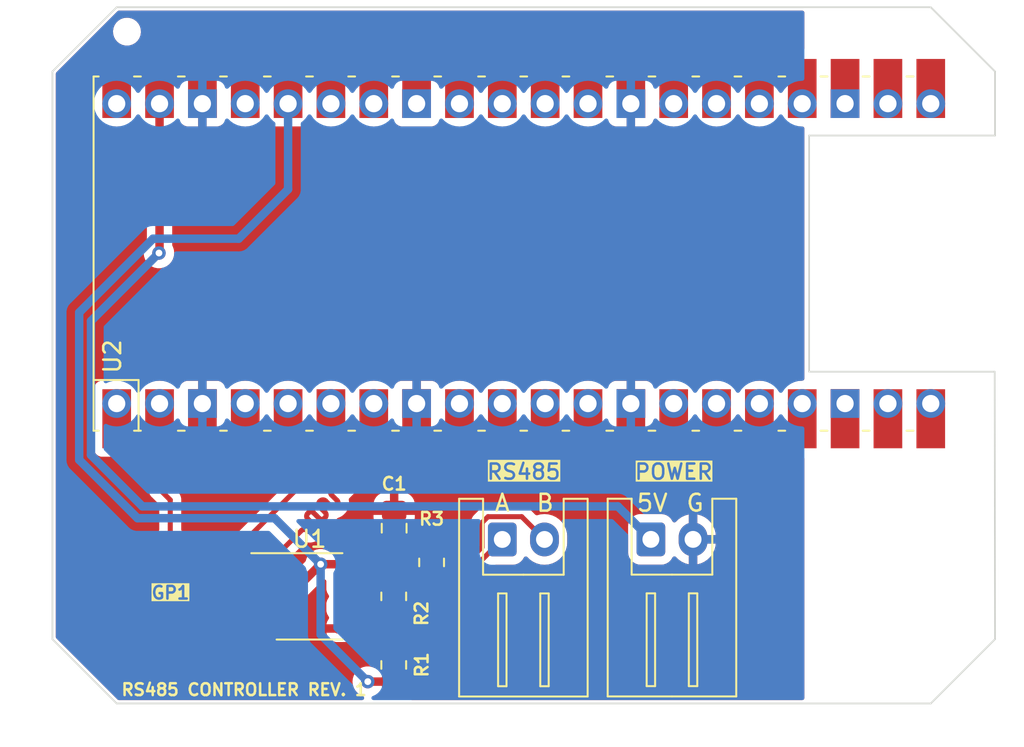
<source format=kicad_pcb>
(kicad_pcb (version 20221018) (generator pcbnew)
  (layers (0 "F.Cu" signal) (31 "B.Cu" signal) (34 "B.Paste" user) (35 "F.Paste" user) (36 "B.SilkS" user "B.Silkscreen") (37 "F.SilkS" user "F.Silkscreen") (38 "B.Mask" user) (39 "F.Mask" user) (44 "Edge.Cuts" user))
  (net 0 "")
  (net 1 "+3V3")
  (net 2 "GND")
  (net 3 "Net-(J1-Pin_1)")
  (net 4 "/RS485_B")
  (net 5 "/RS485_A")
  (net 6 "+5V")
  (net 7 "RX")
  (net 8 "TX")
  (footprint "Connector_JST:JST_XH_S2B-XH-A_1x02_P2.50mm_Horizontal" (layer "F.Cu") (at 66.0908 61.2438)
    (fp_text reference "J2" hide)
    (fp_text value "Conn_01x02")
    (fp_line (start -2.56 -2.41) (end -1.14 -2.41) (stroke (width 0.12)) (layer "F.SilkS"))
    (fp_line (start -2.56 9.31) (end -2.56 -2.41) (stroke (width 0.12)) (layer "F.SilkS"))
    (fp_line (start -1.14 -2.41) (end -1.14 2.09) (stroke (width 0.12)) (layer "F.SilkS"))
    (fp_line (start -1.14 2.09) (end 1.25 2.09) (stroke (width 0.12)) (layer "F.SilkS"))
    (fp_line (start -0.25 3.2) (end -0.25 8.7) (stroke (width 0.12)) (layer "F.SilkS"))
    (fp_line (start -0.25 8.7) (end 0.25 8.7) (stroke (width 0.12)) (layer "F.SilkS"))
    (fp_line (start 0.25 3.2) (end -0.25 3.2) (stroke (width 0.12)) (layer "F.SilkS"))
    (fp_line (start 0.25 8.7) (end 0.25 3.2) (stroke (width 0.12)) (layer "F.SilkS"))
    (fp_line (start 1.25 9.31) (end -2.56 9.31) (stroke (width 0.12)) (layer "F.SilkS"))
    (fp_line (start 1.25 9.31) (end 5.06 9.31) (stroke (width 0.12)) (layer "F.SilkS"))
    (fp_line (start 2.25 3.2) (end 2.25 8.7) (stroke (width 0.12)) (layer "F.SilkS"))
    (fp_line (start 2.25 8.7) (end 2.75 8.7) (stroke (width 0.12)) (layer "F.SilkS"))
    (fp_line (start 2.75 3.2) (end 2.25 3.2) (stroke (width 0.12)) (layer "F.SilkS"))
    (fp_line (start 2.75 8.7) (end 2.75 3.2) (stroke (width 0.12)) (layer "F.SilkS"))
    (fp_line (start 3.64 -2.41) (end 3.64 2.09) (stroke (width 0.12)) (layer "F.SilkS"))
    (fp_line (start 3.64 2.09) (end 1.25 2.09) (stroke (width 0.12)) (layer "F.SilkS"))
    (fp_line (start 5.06 -2.41) (end 3.64 -2.41) (stroke (width 0.12)) (layer "F.SilkS"))
    (fp_line (start 5.06 9.31) (end 5.06 -2.41) (stroke (width 0.12)) (layer "F.SilkS"))
    (pad "1" thru_hole roundrect (at 0 0) (size 1.7 2) (drill 1) (layers "*.Cu" "*.Mask") (roundrect_rratio 0.1470588235) (net 5 "/RS485_A"))
    (pad "2" thru_hole oval (at 2.5 0) (size 1.7 2) (drill 1) (layers "*.Cu" "*.Mask") (net 4 "/RS485_B"))
  )
  (footprint "MCU_RaspberryPi_and_Boards:RPi_Pico_SMD_TH" (layer "F.Cu") (at 67.3608 44.2976 90)
    (fp_text reference "U2" (at -6.096 -24.384 90) (layer "F.SilkS"))
    (fp_text value "Pico")
    (fp_line (start -10.5 -25.5) (end -10.5 -25.2) (stroke (width 0.12)) (layer "F.SilkS"))
    (fp_line (start -10.5 -25.5) (end 10.5 -25.5) (stroke (width 0.12)) (layer "F.SilkS"))
    (fp_line (start -10.5 -23.1) (end -10.5 -22.7) (stroke (width 0.12)) (layer "F.SilkS"))
    (fp_line (start -10.5 -22.833) (end -7.493 -22.833) (stroke (width 0.12)) (layer "F.SilkS"))
    (fp_line (start -10.5 -20.5) (end -10.5 -20.1) (stroke (width 0.12)) (layer "F.SilkS"))
    (fp_line (start -10.5 -18) (end -10.5 -17.6) (stroke (width 0.12)) (layer "F.SilkS"))
    (fp_line (start -10.5 -15.4) (end -10.5 -15) (stroke (width 0.12)) (layer "F.SilkS"))
    (fp_line (start -10.5 -12.9) (end -10.5 -12.5) (stroke (width 0.12)) (layer "F.SilkS"))
    (fp_line (start -10.5 -10.4) (end -10.5 -10) (stroke (width 0.12)) (layer "F.SilkS"))
    (fp_line (start -10.5 -7.8) (end -10.5 -7.4) (stroke (width 0.12)) (layer "F.SilkS"))
    (fp_line (start -10.5 -5.3) (end -10.5 -4.9) (stroke (width 0.12)) (layer "F.SilkS"))
    (fp_line (start -10.5 -2.7) (end -10.5 -2.3) (stroke (width 0.12)) (layer "F.SilkS"))
    (fp_line (start -10.5 -0.2) (end -10.5 0.2) (stroke (width 0.12)) (layer "F.SilkS"))
    (fp_line (start -10.5 2.3) (end -10.5 2.7) (stroke (width 0.12)) (layer "F.SilkS"))
    (fp_line (start -10.5 4.9) (end -10.5 5.3) (stroke (width 0.12)) (layer "F.SilkS"))
    (fp_line (start -10.5 7.4) (end -10.5 7.8) (stroke (width 0.12)) (layer "F.SilkS"))
    (fp_line (start -10.5 10) (end -10.5 10.4) (stroke (width 0.12)) (layer "F.SilkS"))
    (fp_line (start -10.5 12.5) (end -10.5 12.9) (stroke (width 0.12)) (layer "F.SilkS"))
    (fp_line (start -10.5 15.1) (end -10.5 15.5) (stroke (width 0.12)) (layer "F.SilkS"))
    (fp_line (start -10.5 17.6) (end -10.5 18) (stroke (width 0.12)) (layer "F.SilkS"))
    (fp_line (start -10.5 20.1) (end -10.5 20.5) (stroke (width 0.12)) (layer "F.SilkS"))
    (fp_line (start -10.5 22.7) (end -10.5 23.1) (stroke (width 0.12)) (layer "F.SilkS"))
    (fp_line (start -7.493 -22.833) (end -7.493 -25.5) (stroke (width 0.12)) (layer "F.SilkS"))
    (fp_line (start 10.5 -25.5) (end 10.5 -25.2) (stroke (width 0.12)) (layer "F.SilkS"))
    (fp_line (start 10.5 -23.1) (end 10.5 -22.7) (stroke (width 0.12)) (layer "F.SilkS"))
    (fp_line (start 10.5 -20.5) (end 10.5 -20.1) (stroke (width 0.12)) (layer "F.SilkS"))
    (fp_line (start 10.5 -18) (end 10.5 -17.6) (stroke (width 0.12)) (layer "F.SilkS"))
    (fp_line (start 10.5 -15.4) (end 10.5 -15) (stroke (width 0.12)) (layer "F.SilkS"))
    (fp_line (start 10.5 -12.9) (end 10.5 -12.5) (stroke (width 0.12)) (layer "F.SilkS"))
    (fp_line (start 10.5 -10.4) (end 10.5 -10) (stroke (width 0.12)) (layer "F.SilkS"))
    (fp_line (start 10.5 -7.8) (end 10.5 -7.4) (stroke (width 0.12)) (layer "F.SilkS"))
    (fp_line (start 10.5 -5.3) (end 10.5 -4.9) (stroke (width 0.12)) (layer "F.SilkS"))
    (fp_line (start 10.5 -2.7) (end 10.5 -2.3) (stroke (width 0.12)) (layer "F.SilkS"))
    (fp_line (start 10.5 -0.2) (end 10.5 0.2) (stroke (width 0.12)) (layer "F.SilkS"))
    (fp_line (start 10.5 2.3) (end 10.5 2.7) (stroke (width 0.12)) (layer "F.SilkS"))
    (fp_line (start 10.5 4.9) (end 10.5 5.3) (stroke (width 0.12)) (layer "F.SilkS"))
    (fp_line (start 10.5 7.4) (end 10.5 7.8) (stroke (width 0.12)) (layer "F.SilkS"))
    (fp_line (start 10.5 10) (end 10.5 10.4) (stroke (width 0.12)) (layer "F.SilkS"))
    (fp_line (start 10.5 12.5) (end 10.5 12.9) (stroke (width 0.12)) (layer "F.SilkS"))
    (fp_line (start 10.5 15.1) (end 10.5 15.5) (stroke (width 0.12)) (layer "F.SilkS"))
    (fp_line (start 10.5 17.6) (end 10.5 18) (stroke (width 0.12)) (layer "F.SilkS"))
    (fp_line (start 10.5 20.1) (end 10.5 20.5) (stroke (width 0.12)) (layer "F.SilkS"))
    (fp_line (start 10.5 22.7) (end 10.5 23.1) (stroke (width 0.12)) (layer "F.SilkS"))
    (pad "1" thru_hole oval (at -8.89 -24.13 90) (size 1.7 1.7) (drill 1.02) (layers "*.Cu" "*.Mask"))
    (pad "1" smd rect (at -8.89 -24.13 90) (size 3.5 1.7) (drill (offset -0.9 0)) (layers "F.Cu" "F.Mask"))
    (pad "2" thru_hole oval (at -8.89 -21.59 90) (size 1.7 1.7) (drill 1.02) (layers "*.Cu" "*.Mask") (net 3 "Net-(J1-Pin_1)"))
    (pad "2" smd rect (at -8.89 -21.59 90) (size 3.5 1.7) (drill (offset -0.9 0)) (layers "F.Cu" "F.Mask") (net 3 "Net-(J1-Pin_1)"))
    (pad "3" thru_hole rect (at -8.89 -19.05 90) (size 1.7 1.7) (drill 1.02) (layers "*.Cu" "*.Mask") (net 2 "GND"))
    (pad "3" smd rect (at -8.89 -19.05 90) (size 3.5 1.7) (drill (offset -0.9 0)) (layers "F.Cu" "F.Mask") (net 2 "GND"))
    (pad "4" thru_hole oval (at -8.89 -16.51 90) (size 1.7 1.7) (drill 1.02) (layers "*.Cu" "*.Mask"))
    (pad "4" smd rect (at -8.89 -16.51 90) (size 3.5 1.7) (drill (offset -0.9 0)) (layers "F.Cu" "F.Mask"))
    (pad "5" thru_hole oval (at -8.89 -13.97 90) (size 1.7 1.7) (drill 1.02) (layers "*.Cu" "*.Mask"))
    (pad "5" smd rect (at -8.89 -13.97 90) (size 3.5 1.7) (drill (offset -0.9 0)) (layers "F.Cu" "F.Mask"))
    (pad "6" thru_hole oval (at -8.89 -11.43 90) (size 1.7 1.7) (drill 1.02) (layers "*.Cu" "*.Mask") (net 8 "TX"))
    (pad "6" smd rect (at -8.89 -11.43 90) (size 3.5 1.7) (drill (offset -0.9 0)) (layers "F.Cu" "F.Mask") (net 8 "TX"))
    (pad "7" thru_hole oval (at -8.89 -8.89 90) (size 1.7 1.7) (drill 1.02) (layers "*.Cu" "*.Mask") (net 7 "RX"))
    (pad "7" smd rect (at -8.89 -8.89 90) (size 3.5 1.7) (drill (offset -0.9 0)) (layers "F.Cu" "F.Mask") (net 7 "RX"))
    (pad "8" thru_hole rect (at -8.89 -6.35 90) (size 1.7 1.7) (drill 1.02) (layers "*.Cu" "*.Mask") (net 2 "GND"))
    (pad "8" smd rect (at -8.89 -6.35 90) (size 3.5 1.7) (drill (offset -0.9 0)) (layers "F.Cu" "F.Mask") (net 2 "GND"))
    (pad "9" thru_hole oval (at -8.89 -3.81 90) (size 1.7 1.7) (drill 1.02) (layers "*.Cu" "*.Mask"))
    (pad "9" smd rect (at -8.89 -3.81 90) (size 3.5 1.7) (drill (offset -0.9 0)) (layers "F.Cu" "F.Mask"))
    (pad "10" thru_hole oval (at -8.89 -1.27 90) (size 1.7 1.7) (drill 1.02) (layers "*.Cu" "*.Mask"))
    (pad "10" smd rect (at -8.89 -1.27 90) (size 3.5 1.7) (drill (offset -0.9 0)) (layers "F.Cu" "F.Mask"))
    (pad "11" thru_hole oval (at -8.89 1.27 90) (size 1.7 1.7) (drill 1.02) (layers "*.Cu" "*.Mask"))
    (pad "11" smd rect (at -8.89 1.27 90) (size 3.5 1.7) (drill (offset -0.9 0)) (layers "F.Cu" "F.Mask"))
    (pad "12" thru_hole oval (at -8.89 3.81 90) (size 1.7 1.7) (drill 1.02) (layers "*.Cu" "*.Mask"))
    (pad "12" smd rect (at -8.89 3.81 90) (size 3.5 1.7) (drill (offset -0.9 0)) (layers "F.Cu" "F.Mask"))
    (pad "13" thru_hole rect (at -8.89 6.35 90) (size 1.7 1.7) (drill 1.02) (layers "*.Cu" "*.Mask") (net 2 "GND"))
    (pad "13" smd rect (at -8.89 6.35 90) (size 3.5 1.7) (drill (offset -0.9 0)) (layers "F.Cu" "F.Mask") (net 2 "GND"))
    (pad "14" thru_hole oval (at -8.89 8.89 90) (size 1.7 1.7) (drill 1.02) (layers "*.Cu" "*.Mask"))
    (pad "14" smd rect (at -8.89 8.89 90) (size 3.5 1.7) (drill (offset -0.9 0)) (layers "F.Cu" "F.Mask"))
    (pad "15" thru_hole oval (at -8.89 11.43 90) (size 1.7 1.7) (drill 1.02) (layers "*.Cu" "*.Mask"))
    (pad "15" smd rect (at -8.89 11.43 90) (size 3.5 1.7) (drill (offset -0.9 0)) (layers "F.Cu" "F.Mask"))
    (pad "16" thru_hole oval (at -8.89 13.97 90) (size 1.7 1.7) (drill 1.02) (layers "*.Cu" "*.Mask"))
    (pad "16" smd rect (at -8.89 13.97 90) (size 3.5 1.7) (drill (offset -0.9 0)) (layers "F.Cu" "F.Mask"))
    (pad "17" thru_hole oval (at -8.89 16.51 90) (size 1.7 1.7) (drill 1.02) (layers "*.Cu" "*.Mask"))
    (pad "17" smd rect (at -8.89 16.51 90) (size 3.5 1.7) (drill (offset -0.9 0)) (layers "F.Cu" "F.Mask"))
    (pad "18" thru_hole rect (at -8.89 19.05 90) (size 1.7 1.7) (drill 1.02) (layers "*.Cu" "*.Mask") (net 2 "GND"))
    (pad "18" smd rect (at -8.89 19.05 90) (size 3.5 1.7) (drill (offset -0.9 0)) (layers "F.Cu" "F.Mask") (net 2 "GND"))
    (pad "19" thru_hole oval (at -8.89 21.59 90) (size 1.7 1.7) (drill 1.02) (layers "*.Cu" "*.Mask"))
    (pad "19" smd rect (at -8.89 21.59 90) (size 3.5 1.7) (drill (offset -0.9 0)) (layers "F.Cu" "F.Mask"))
    (pad "20" thru_hole oval (at -8.89 24.13 90) (size 1.7 1.7) (drill 1.02) (layers "*.Cu" "*.Mask"))
    (pad "20" smd rect (at -8.89 24.13 90) (size 3.5 1.7) (drill (offset -0.9 0)) (layers "F.Cu" "F.Mask"))
    (pad "21" thru_hole oval (at 8.89 24.13 90) (size 1.7 1.7) (drill 1.02) (layers "*.Cu" "*.Mask"))
    (pad "21" smd rect (at 8.89 24.13 90) (size 3.5 1.7) (drill (offset 0.9 0)) (layers "F.Cu" "F.Mask"))
    (pad "22" thru_hole oval (at 8.89 21.59 90) (size 1.7 1.7) (drill 1.02) (layers "*.Cu" "*.Mask"))
    (pad "22" smd rect (at 8.89 21.59 90) (size 3.5 1.7) (drill (offset 0.9 0)) (layers "F.Cu" "F.Mask"))
    (pad "23" thru_hole rect (at 8.89 19.05 90) (size 1.7 1.7) (drill 1.02) (layers "*.Cu" "*.Mask") (net 2 "GND"))
    (pad "23" smd rect (at 8.89 19.05 90) (size 3.5 1.7) (drill (offset 0.9 0)) (layers "F.Cu" "F.Mask") (net 2 "GND"))
    (pad "24" thru_hole oval (at 8.89 16.51 90) (size 1.7 1.7) (drill 1.02) (layers "*.Cu" "*.Mask"))
    (pad "24" smd rect (at 8.89 16.51 90) (size 3.5 1.7) (drill (offset 0.9 0)) (layers "F.Cu" "F.Mask"))
    (pad "25" thru_hole oval (at 8.89 13.97 90) (size 1.7 1.7) (drill 1.02) (layers "*.Cu" "*.Mask"))
    (pad "25" smd rect (at 8.89 13.97 90) (size 3.5 1.7) (drill (offset 0.9 0)) (layers "F.Cu" "F.Mask"))
    (pad "26" thru_hole oval (at 8.89 11.43 90) (size 1.7 1.7) (drill 1.02) (layers "*.Cu" "*.Mask"))
    (pad "26" smd rect (at 8.89 11.43 90) (size 3.5 1.7) (drill (offset 0.9 0)) (layers "F.Cu" "F.Mask"))
    (pad "27" thru_hole oval (at 8.89 8.89 90) (size 1.7 1.7) (drill 1.02) (layers "*.Cu" "*.Mask"))
    (pad "27" smd rect (at 8.89 8.89 90) (size 3.5 1.7) (drill (offset 0.9 0)) (layers "F.Cu" "F.Mask"))
    (pad "28" thru_hole rect (at 8.89 6.35 90) (size 1.7 1.7) (drill 1.02) (layers "*.Cu" "*.Mask") (net 2 "GND"))
    (pad "28" smd rect (at 8.89 6.35 90) (size 3.5 1.7) (drill (offset 0.9 0)) (layers "F.Cu" "F.Mask") (net 2 "GND"))
    (pad "29" thru_hole oval (at 8.89 3.81 90) (size 1.7 1.7) (drill 1.02) (layers "*.Cu" "*.Mask"))
    (pad "29" smd rect (at 8.89 3.81 90) (size 3.5 1.7) (drill (offset 0.9 0)) (layers "F.Cu" "F.Mask"))
    (pad "30" thru_hole oval (at 8.89 1.27 90) (size 1.7 1.7) (drill 1.02) (layers "*.Cu" "*.Mask"))
    (pad "30" smd rect (at 8.89 1.27 90) (size 3.5 1.7) (drill (offset 0.9 0)) (layers "F.Cu" "F.Mask"))
    (pad "31" thru_hole oval (at 8.89 -1.27 90) (size 1.7 1.7) (drill 1.02) (layers "*.Cu" "*.Mask"))
    (pad "31" smd rect (at 8.89 -1.27 90) (size 3.5 1.7) (drill (offset 0.9 0)) (layers "F.Cu" "F.Mask"))
    (pad "32" thru_hole oval (at 8.89 -3.81 90) (size 1.7 1.7) (drill 1.02) (layers "*.Cu" "*.Mask"))
    (pad "32" smd rect (at 8.89 -3.81 90) (size 3.5 1.7) (drill (offset 0.9 0)) (layers "F.Cu" "F.Mask"))
    (pad "33" thru_hole rect (at 8.89 -6.35 90) (size 1.7 1.7) (drill 1.02) (layers "*.Cu" "*.Mask"))
    (pad "33" smd rect (at 8.89 -6.35 90) (size 3.5 1.7) (drill (offset 0.9 0)) (layers "F.Cu" "F.Mask"))
    (pad "34" thru_hole oval (at 8.89 -8.89 90) (size 1.7 1.7) (drill 1.02) (layers "*.Cu" "*.Mask"))
    (pad "34" smd rect (at 8.89 -8.89 90) (size 3.5 1.7) (drill (offset 0.9 0)) (layers "F.Cu" "F.Mask"))
    (pad "35" thru_hole oval (at 8.89 -11.43 90) (size 1.7 1.7) (drill 1.02) (layers "*.Cu" "*.Mask"))
    (pad "35" smd rect (at 8.89 -11.43 90) (size 3.5 1.7) (drill (offset 0.9 0)) (layers "F.Cu" "F.Mask"))
    (pad "36" thru_hole oval (at 8.89 -13.97 90) (size 1.7 1.7) (drill 1.02) (layers "*.Cu" "*.Mask") (net 1 "+3V3"))
    (pad "36" smd rect (at 8.89 -13.97 90) (size 3.5 1.7) (drill (offset 0.9 0)) (layers "F.Cu" "F.Mask") (net 1 "+3V3"))
    (pad "37" thru_hole oval (at 8.89 -16.51 90) (size 1.7 1.7) (drill 1.02) (layers "*.Cu" "*.Mask"))
    (pad "37" smd rect (at 8.89 -16.51 90) (size 3.5 1.7) (drill (offset 0.9 0)) (layers "F.Cu" "F.Mask"))
    (pad "38" thru_hole rect (at 8.89 -19.05 90) (size 1.7 1.7) (drill 1.02) (layers "*.Cu" "*.Mask") (net 2 "GND"))
    (pad "38" smd rect (at 8.89 -19.05 90) (size 3.5 1.7) (drill (offset 0.9 0)) (layers "F.Cu" "F.Mask") (net 2 "GND"))
    (pad "39" thru_hole oval (at 8.89 -21.59 90) (size 1.7 1.7) (drill 1.02) (layers "*.Cu" "*.Mask") (net 6 "+5V"))
    (pad "39" smd rect (at 8.89 -21.59 90) (size 3.5 1.7) (drill (offset 0.9 0)) (layers "F.Cu" "F.Mask") (net 6 "+5V"))
    (pad "40" thru_hole oval (at 8.89 -24.13 90) (size 1.7 1.7) (drill 1.02) (layers "*.Cu" "*.Mask"))
    (pad "40" smd rect (at 8.89 -24.13 90) (size 3.5 1.7) (drill (offset 0.9 0)) (layers "F.Cu" "F.Mask"))
  )
  (footprint "Connector_JST:JST_XH_S2B-XH-A_1x02_P2.50mm_Horizontal" (layer "F.Cu") (at 74.8992 61.2394)
    (fp_text reference "J3" hide)
    (fp_text value "Conn_01x02")
    (fp_line (start -2.56 -2.41) (end -1.14 -2.41) (stroke (width 0.12)) (layer "F.SilkS"))
    (fp_line (start -2.56 9.31) (end -2.56 -2.41) (stroke (width 0.12)) (layer "F.SilkS"))
    (fp_line (start -1.14 -2.41) (end -1.14 2.09) (stroke (width 0.12)) (layer "F.SilkS"))
    (fp_line (start -1.14 2.09) (end 1.25 2.09) (stroke (width 0.12)) (layer "F.SilkS"))
    (fp_line (start -0.25 3.2) (end -0.25 8.7) (stroke (width 0.12)) (layer "F.SilkS"))
    (fp_line (start -0.25 8.7) (end 0.25 8.7) (stroke (width 0.12)) (layer "F.SilkS"))
    (fp_line (start 0.25 3.2) (end -0.25 3.2) (stroke (width 0.12)) (layer "F.SilkS"))
    (fp_line (start 0.25 8.7) (end 0.25 3.2) (stroke (width 0.12)) (layer "F.SilkS"))
    (fp_line (start 1.25 9.31) (end -2.56 9.31) (stroke (width 0.12)) (layer "F.SilkS"))
    (fp_line (start 1.25 9.31) (end 5.06 9.31) (stroke (width 0.12)) (layer "F.SilkS"))
    (fp_line (start 2.25 3.2) (end 2.25 8.7) (stroke (width 0.12)) (layer "F.SilkS"))
    (fp_line (start 2.25 8.7) (end 2.75 8.7) (stroke (width 0.12)) (layer "F.SilkS"))
    (fp_line (start 2.75 3.2) (end 2.25 3.2) (stroke (width 0.12)) (layer "F.SilkS"))
    (fp_line (start 2.75 8.7) (end 2.75 3.2) (stroke (width 0.12)) (layer "F.SilkS"))
    (fp_line (start 3.64 -2.41) (end 3.64 2.09) (stroke (width 0.12)) (layer "F.SilkS"))
    (fp_line (start 3.64 2.09) (end 1.25 2.09) (stroke (width 0.12)) (layer "F.SilkS"))
    (fp_line (start 5.06 -2.41) (end 3.64 -2.41) (stroke (width 0.12)) (layer "F.SilkS"))
    (fp_line (start 5.06 9.31) (end 5.06 -2.41) (stroke (width 0.12)) (layer "F.SilkS"))
    (pad "1" thru_hole roundrect (at 0 0) (size 1.7 2) (drill 1) (layers "*.Cu" "*.Mask") (roundrect_rratio 0.1470588235) (net 6 "+5V"))
    (pad "2" thru_hole oval (at 2.5 0) (size 1.7 2) (drill 1) (layers "*.Cu" "*.Mask") (net 2 "GND"))
  )
  (footprint "Resistor_SMD:R_0805_2012Metric_Pad1.20x1.40mm_HandSolder" (layer "F.Cu") (at 59.654 68.6816 90)
    (fp_text reference "R1" (at 0.004 1.665 270) (layer "F.SilkS") (effects (font (size 0.75 0.75))))
    (fp_text value "4.7k")
    (fp_line (start -0.227064 -0.735) (end 0.227064 -0.735) (stroke (width 0.12)) (layer "F.SilkS"))
    (fp_line (start -0.227064 0.735) (end 0.227064 0.735) (stroke (width 0.12)) (layer "F.SilkS"))
    (pad "1" smd roundrect (at -1 0 90) (size 1.2 1.4) (layers "F.Cu" "F.Paste" "F.Mask") (roundrect_rratio 0.2083333333) (net 1 "+3V3"))
    (pad "2" smd roundrect (at 1 0 90) (size 1.2 1.4) (layers "F.Cu" "F.Paste" "F.Mask") (roundrect_rratio 0.2083333333) (net 5 "/RS485_A"))
  )
  (footprint "Connector_PinSocket_2.54mm:PinSocket_1x01_P2.54mm_Vertical" (layer "F.Cu") (at 46.4058 62.0776 90)
    (fp_text reference "J1" hide)
    (fp_text value "GP1 Bodge")
    (pad "1" smd roundrect (at 0 0 90) (size 1.7 1.7) (layers "F.Cu" "F.Paste" "F.Mask") (net 3 "Net-(J1-Pin_1)"))
  )
  (footprint "MountingHole:ToolingHole_JLC" (layer "F.Cu") (at 90.8812 69.5198)
    (fp_text reference "REF**" hide)
    (fp_text value "ToolingHole_JLC")
    (pad "" np_thru_hole circle (at 0 0) (size 1.152 1.152) (drill 1.152) (layers "F&B.Cu" "*.Mask"))
  )
  (footprint "Resistor_SMD:R_0805_2012Metric_Pad1.20x1.40mm_HandSolder" (layer "F.Cu") (at 59.654 64.6176 90)
    (fp_text reference "R2" (at -1.016 1.651 270) (layer "F.SilkS") (effects (font (size 0.75 0.75))))
    (fp_text value "120")
    (fp_line (start -0.227064 -0.735) (end 0.227064 -0.735) (stroke (width 0.12)) (layer "F.SilkS"))
    (fp_line (start -0.227064 0.735) (end 0.227064 0.735) (stroke (width 0.12)) (layer "F.SilkS"))
    (pad "1" smd roundrect (at -1 0 90) (size 1.2 1.4) (layers "F.Cu" "F.Paste" "F.Mask") (roundrect_rratio 0.2083333333) (net 5 "/RS485_A"))
    (pad "2" smd roundrect (at 1 0 90) (size 1.2 1.4) (layers "F.Cu" "F.Paste" "F.Mask") (roundrect_rratio 0.2083333333) (net 4 "/RS485_B"))
  )
  (footprint "Resistor_SMD:R_0805_2012Metric_Pad1.20x1.40mm_HandSolder" (layer "F.Cu") (at 61.8998 62.6052 90)
    (fp_text reference "R3" (at 2.5776 -0.0008 180) (layer "F.SilkS") (effects (font (size 0.75 0.75))))
    (fp_text value "4.7k")
    (fp_line (start -0.227064 -0.735) (end 0.227064 -0.735) (stroke (width 0.12)) (layer "F.SilkS"))
    (fp_line (start -0.227064 0.735) (end 0.227064 0.735) (stroke (width 0.12)) (layer "F.SilkS"))
    (pad "1" smd roundrect (at -1 0 90) (size 1.2 1.4) (layers "F.Cu" "F.Paste" "F.Mask") (roundrect_rratio 0.2083333333) (net 4 "/RS485_B"))
    (pad "2" smd roundrect (at 1 0 90) (size 1.2 1.4) (layers "F.Cu" "F.Paste" "F.Mask") (roundrect_rratio 0.2083333333) (net 2 "GND"))
  )
  (footprint "Package_SO:SOIC-8_3.9x4.9mm_P1.27mm" (layer "F.Cu") (at 54.6608 64.6176)
    (fp_text reference "U1" (at 0 -3.4) (layer "F.SilkS"))
    (fp_text value "SP3485EN")
    (fp_line (start 0 -2.56) (end -3.45 -2.56) (stroke (width 0.12)) (layer "F.SilkS"))
    (fp_line (start 0 -2.56) (end 1.95 -2.56) (stroke (width 0.12)) (layer "F.SilkS"))
    (fp_line (start 0 2.56) (end -1.95 2.56) (stroke (width 0.12)) (layer "F.SilkS"))
    (fp_line (start 0 2.56) (end 1.95 2.56) (stroke (width 0.12)) (layer "F.SilkS"))
    (pad "1" smd roundrect (at -2.475 -1.905) (size 1.95 0.6) (layers "F.Cu" "F.Paste" "F.Mask") (net 7 "RX"))
    (pad "2" smd roundrect (at -2.475 -0.635) (size 1.95 0.6) (layers "F.Cu" "F.Paste" "F.Mask") (net 1 "+3V3"))
    (pad "3" smd roundrect (at -2.475 0.635) (size 1.95 0.6) (layers "F.Cu" "F.Paste" "F.Mask") (net 1 "+3V3"))
    (pad "4" smd roundrect (at -2.475 1.905) (size 1.95 0.6) (layers "F.Cu" "F.Paste" "F.Mask") (net 8 "TX"))
    (pad "5" smd roundrect (at 2.475 1.905) (size 1.95 0.6) (layers "F.Cu" "F.Paste" "F.Mask") (net 2 "GND"))
    (pad "6" smd roundrect (at 2.475 0.635) (size 1.95 0.6) (layers "F.Cu" "F.Paste" "F.Mask") (net 5 "/RS485_A"))
    (pad "7" smd roundrect (at 2.475 -0.635) (size 1.95 0.6) (layers "F.Cu" "F.Paste" "F.Mask") (net 4 "/RS485_B"))
    (pad "8" smd roundrect (at 2.475 -1.905) (size 1.95 0.6) (layers "F.Cu" "F.Paste" "F.Mask") (net 1 "+3V3"))
  )
  (footprint "Capacitor_SMD:C_0805_2012Metric_Pad1.18x1.45mm_HandSolder" (layer "F.Cu") (at 59.6794 60.5751 90)
    (fp_text reference "C1" (at 2.6275 0 180) (layer "F.SilkS") (effects (font (size 0.75 0.75))))
    (fp_text value "100nF")
    (fp_line (start -0.261252 -0.735) (end 0.261252 -0.735) (stroke (width 0.12)) (layer "F.SilkS"))
    (fp_line (start -0.261252 0.735) (end 0.261252 0.735) (stroke (width 0.12)) (layer "F.SilkS"))
    (pad "1" smd roundrect (at -1.0375 0 90) (size 1.175 1.45) (layers "F.Cu" "F.Paste" "F.Mask") (roundrect_rratio 0.2127659574) (net 1 "+3V3"))
    (pad "2" smd roundrect (at 1.0375 0 90) (size 1.175 1.45) (layers "F.Cu" "F.Paste" "F.Mask") (roundrect_rratio 0.2127659574) (net 2 "GND"))
  )
  (footprint "MountingHole:ToolingHole_JLC" (layer "F.Cu") (at 43.8404 31.1404)
    (fp_text reference "REF**" hide)
    (fp_text value "ToolingHole_JLC")
    (pad "" np_thru_hole circle (at 0 0) (size 1.152 1.152) (drill 1.152) (layers "F&B.Cu" "*.Mask"))
  )
  (gr_line (start 91.4908 70.9676) (end 43.2308 70.9676) (stroke (width 0.1)) (layer "Edge.Cuts"))
  (gr_line (start 39.4208 67.1576) (end 43.2308 70.9676) (stroke (width 0.1)) (layer "Edge.Cuts"))
  (gr_line (start 95.3008 33.5026) (end 91.4908 29.6926) (stroke (width 0.1)) (layer "Edge.Cuts"))
  (gr_line (start 95.3008 37.2976) (end 84.2808 37.2976) (stroke (width 0.1)) (layer "Edge.Cuts"))
  (gr_line (start 84.2808 51.2976) (end 95.2808 51.2976) (stroke (width 0.1)) (layer "Edge.Cuts"))
  (gr_line (start 84.2808 37.2976) (end 84.2808 51.2976) (stroke (width 0.1)) (layer "Edge.Cuts"))
  (gr_line (start 43.2308 29.6926) (end 91.4908 29.6926) (stroke (width 0.1)) (layer "Edge.Cuts"))
  (gr_line (start 39.4208 33.5026) (end 43.2308 29.6926) (stroke (width 0.1)) (layer "Edge.Cuts"))
  (gr_line (start 91.4908 70.9676) (end 95.3008 67.1576) (stroke (width 0.1)) (layer "Edge.Cuts"))
  (gr_line (start 39.4208 67.1576) (end 39.4208 33.5026) (stroke (width 0.1)) (layer "Edge.Cuts"))
  (gr_line (start 95.3008 33.5026) (end 95.3008 37.2976) (stroke (width 0.1)) (layer "Edge.Cuts"))
  (gr_line (start 95.2808 51.2976) (end 95.3008 67.1576) (stroke (width 0.1)) (layer "Edge.Cuts"))
  (gr_text "GP1" (at 45.212 64.846201) (layer "F.SilkS" knockout) (effects (font (size 0.75 0.75)) (justify left bottom)))
  (gr_text "5V" (at 74.9808 59.6646) (layer "F.SilkS") (effects (font (size 1 1)) (justify bottom)))
  (gr_text "RS485 CONTROLLER REV. 1" (at 43.434 70.5612) (layer "F.SilkS") (effects (font (size 0.7 0.7)) (justify left bottom)))
  (gr_text "B" (at 68.6308 59.6646) (layer "F.SilkS") (effects (font (size 1 1)) (justify bottom)))
  (gr_text "RS485" (at 67.3608 57.7596) (layer "F.SilkS" knockout) (effects (font (size 0.9 0.9)) (justify bottom)))
  (gr_text "POWER" (at 76.2508 57.7596) (layer "F.SilkS" knockout) (effects (font (size 0.9 0.9)) (justify bottom)))
  (gr_text "A" (at 66.0908 59.6646) (layer "F.SilkS") (effects (font (size 1 1)) (justify bottom)))
  (gr_text "G" (at 77.5208 59.6646) (layer "F.SilkS") (effects (font (size 1 1)) (justify bottom)))
  (segment (start 59.6446 69.6722) (end 59.654 69.6816) (width 0.5) (layer "F.Cu") (net 1))
  (segment (start 58.5532 61.6126) (end 59.6794 61.6126) (width 0.5) (layer "F.Cu") (net 1))
  (segment (start 58.5532 61.6126) (end 57.4532 62.7126) (width 0.5) (layer "F.Cu") (net 1))
  (segment (start 52.1858 63.9826) (end 52.1858 65.2526) (width 0.5) (layer "F.Cu") (net 1))
  (segment (start 58.1152 69.6722) (end 59.6446 69.6722) (width 0.5) (layer "F.Cu") (net 1))
  (segment (start 55.3212 62.7126) (end 54.0512 63.9826) (width 0.5) (layer "F.Cu") (net 1))
  (segment (start 57.4532 62.7126) (end 57.1358 62.7126) (width 0.5) (layer "F.Cu") (net 1))
  (segment (start 54.0512 63.9826) (end 52.1858 63.9826) (width 0.5) (layer "F.Cu") (net 1))
  (segment (start 55.3212 62.7126) (end 57.1358 62.7126) (width 0.5) (layer "F.Cu") (net 1))
  (via (at 58.1152 69.6722) (size 0.8) (drill 0.4) (layers "F.Cu" "B.Cu") (net 1))
  (via (at 55.3212 62.7126) (size 0.8) (drill 0.4) (layers "F.Cu" "B.Cu") (net 1))
  (segment (start 50.465112 43.413288) (end 53.3908 40.4876) (width 0.5) (layer "B.Cu") (net 1))
  (segment (start 41.0068 47.790894) (end 45.384406 43.413288) (width 0.5) (layer "B.Cu") (net 1))
  (segment (start 45.384406 43.413288) (end 50.465112 43.413288) (width 0.5) (layer "B.Cu") (net 1))
  (segment (start 55.3212 66.8782) (end 55.3212 62.7126) (width 0.5) (layer "B.Cu") (net 1))
  (segment (start 53.3908 40.4876) (end 53.3908 35.4076) (width 0.5) (layer "B.Cu") (net 1))
  (segment (start 58.1152 69.6722) (end 55.3212 66.8782) (width 0.5) (layer "B.Cu") (net 1))
  (segment (start 44.46485 59.9836) (end 41.0068 56.525549) (width 0.5) (layer "B.Cu") (net 1))
  (segment (start 55.3212 62.7126) (end 52.5922 59.9836) (width 0.5) (layer "B.Cu") (net 1))
  (segment (start 41.0068 56.525549) (end 41.0068 47.790894) (width 0.5) (layer "B.Cu") (net 1))
  (segment (start 52.5922 59.9836) (end 44.46485 59.9836) (width 0.5) (layer "B.Cu") (net 1))
  (segment (start 45.7708 58.2676) (end 45.7708 53.1876) (width 0.3) (layer "F.Cu") (net 3))
  (segment (start 46.4058 58.9026) (end 45.7708 58.2676) (width 0.3) (layer "F.Cu") (net 3))
  (segment (start 46.4058 62.0776) (end 46.4058 58.9026) (width 0.3) (layer "F.Cu") (net 3))
  (segment (start 59.654 63.6176) (end 62.976 63.6176) (width 0.3) (layer "F.Cu") (net 4))
  (segment (start 59.289 63.9826) (end 59.654 63.6176) (width 0.3) (layer "F.Cu") (net 4))
  (segment (start 64.8908 61.7028) (end 64.8908 60.245272) (width 0.3) (layer "F.Cu") (net 4))
  (segment (start 64.8908 60.245272) (end 65.242272 59.8938) (width 0.3) (layer "F.Cu") (net 4))
  (segment (start 57.1358 63.9826) (end 59.289 63.9826) (width 0.3) (layer "F.Cu") (net 4))
  (segment (start 65.242272 59.8938) (end 67.2408 59.8938) (width 0.3) (layer "F.Cu") (net 4))
  (segment (start 67.2408 59.8938) (end 68.5908 61.2438) (width 0.3) (layer "F.Cu") (net 4))
  (segment (start 61.8874 63.6176) (end 61.8998 63.6052) (width 0.3) (layer "F.Cu") (net 4))
  (segment (start 62.976 63.6176) (end 64.8908 61.7028) (width 0.3) (layer "F.Cu") (net 4))
  (segment (start 59.289 65.2526) (end 59.654 65.6176) (width 0.3) (layer "F.Cu") (net 5))
  (segment (start 64.977702 63.155593) (end 64.790485 62.968376) (width 0.3) (layer "F.Cu") (net 5))
  (segment (start 64.790485 62.544112) (end 64.790486 62.544113) (width 0.3) (layer "F.Cu") (net 5))
  (segment (start 63.517693 64.241171) (end 63.704947 64.428425) (width 0.3) (layer "F.Cu") (net 5))
  (segment (start 64.129211 64.004159) (end 64.129211 64.00416) (width 0.3) (layer "F.Cu") (net 5))
  (segment (start 59.654 65.6176) (end 59.654 67.6816) (width 0.3) (layer "F.Cu") (net 5))
  (segment (start 64.129211 64.00416) (end 63.941956 63.816905) (width 0.3) (layer "F.Cu") (net 5))
  (segment (start 64.790486 62.544113) (end 66.0908 61.2438) (width 0.3) (layer "F.Cu") (net 5))
  (segment (start 61.717 65.6176) (end 62.2449 65.0897) (width 0.3) (layer "F.Cu") (net 5))
  (segment (start 59.654 65.6176) (end 61.717 65.6176) (width 0.3) (layer "F.Cu") (net 5))
  (segment (start 63.941956 63.392641) (end 63.941957 63.392642) (width 0.3) (layer "F.Cu") (net 5))
  (segment (start 62.669164 65.0897) (end 62.856418 65.276954) (width 0.3) (layer "F.Cu") (net 5))
  (segment (start 63.093427 64.24117) (end 63.093428 64.241171) (width 0.3) (layer "F.Cu") (net 5))
  (segment (start 63.280682 64.852688) (end 63.280682 64.852689) (width 0.3) (layer "F.Cu") (net 5))
  (segment (start 63.093428 64.241171) (end 63.093429 64.241171) (width 0.3) (layer "F.Cu") (net 5))
  (segment (start 63.941957 63.392642) (end 63.941958 63.392642) (width 0.3) (layer "F.Cu") (net 5))
  (segment (start 57.1358 65.2526) (end 59.289 65.2526) (width 0.3) (layer "F.Cu") (net 5))
  (segment (start 64.366222 63.392642) (end 64.553438 63.579858) (width 0.3) (layer "F.Cu") (net 5))
  (segment (start 63.280682 64.852689) (end 63.093427 64.665434) (width 0.3) (layer "F.Cu") (net 5))
  (segment (start 64.977702 63.155592) (end 64.977702 63.155593) (width 0.3) (layer "F.Cu") (net 5))
  (arc (start 63.941958 63.392642) (mid 64.15409 63.304774) (end 64.366222 63.392642) (width 0.3) (layer "F.Cu") (net 5))
  (arc (start 63.093429 64.241171) (mid 63.305561 64.153303) (end 63.517693 64.241171) (width 0.3) (layer "F.Cu") (net 5))
  (arc (start 64.129211 64.428425) (mid 64.217079 64.216292) (end 64.129211 64.004159) (width 0.3) (layer "F.Cu") (net 5))
  (arc (start 62.856418 65.276954) (mid 63.06855 65.364822) (end 63.280682 65.276954) (width 0.3) (layer "F.Cu") (net 5))
  (arc (start 62.2449 65.0897) (mid 62.457032 65.001832) (end 62.669164 65.0897) (width 0.3) (layer "F.Cu") (net 5))
  (arc (start 64.977702 63.579858) (mid 65.06557 63.367725) (end 64.977702 63.155592) (width 0.3) (layer "F.Cu") (net 5))
  (arc (start 63.093427 64.665434) (mid 63.005559 64.453302) (end 63.093427 64.24117) (width 0.3) (layer "F.Cu") (net 5))
  (arc (start 64.553438 63.579858) (mid 64.76557 63.667726) (end 64.977702 63.579858) (width 0.3) (layer "F.Cu") (net 5))
  (arc (start 63.941956 63.816905) (mid 63.854088 63.604773) (end 63.941956 63.392641) (width 0.3) (layer "F.Cu") (net 5))
  (arc (start 63.280682 65.276954) (mid 63.36855 65.064821) (end 63.280682 64.852688) (width 0.3) (layer "F.Cu") (net 5))
  (arc (start 63.704947 64.428425) (mid 63.917079 64.516293) (end 64.129211 64.428425) (width 0.3) (layer "F.Cu") (net 5))
  (arc (start 64.790485 62.968376) (mid 64.702617 62.756244) (end 64.790485 62.544112) (width 0.3) (layer "F.Cu") (net 5))
  (segment (start 45.7708 44.228976) (end 45.736488 44.263288) (width 0.5) (layer "F.Cu") (net 6))
  (segment (start 45.7708 35.4076) (end 45.7708 44.228976) (width 0.5) (layer "F.Cu") (net 6))
  (via (at 45.736488 44.263288) (size 0.8) (drill 0.4) (layers "F.Cu" "B.Cu") (net 6))
  (segment (start 41.7068 56.2356) (end 44.7548 59.2836) (width 0.5) (layer "B.Cu") (net 6))
  (segment (start 44.7548 59.2836) (end 72.9434 59.2836) (width 0.5) (layer "B.Cu") (net 6))
  (segment (start 72.9434 59.2836) (end 74.8992 61.2394) (width 0.5) (layer "B.Cu") (net 6))
  (segment (start 41.7068 48.292976) (end 41.7068 56.2356) (width 0.5) (layer "B.Cu") (net 6))
  (segment (start 45.736488 44.263288) (end 41.7068 48.292976) (width 0.5) (layer "B.Cu") (net 6))
  (segment (start 55.263383 58.997592) (end 55.298223 58.962753) (width 0.3) (layer "F.Cu") (net 7))
  (segment (start 55.547191 59.988551) (end 55.582072 59.953669) (width 0.3) (layer "F.Cu") (net 7))
  (segment (start 56.28921 58.92792) (end 55.973244 58.611952) (width 0.3) (layer "F.Cu") (net 7))
  (segment (start 55.616937 58.962752) (end 55.935658 59.281474) (width 0.3) (layer "F.Cu") (net 7))
  (segment (start 54.55627 59.70469) (end 54.591105 59.669856) (width 0.3) (layer "F.Cu") (net 7))
  (segment (start 55.422736 59.475661) (end 55.263382 59.316306) (width 0.3) (layer "F.Cu") (net 7))
  (segment (start 55.582072 59.634997) (end 55.422736 59.475661) (width 0.3) (layer "F.Cu") (net 7))
  (segment (start 54.715627 60.18277) (end 54.71563 60.18277) (width 0.3) (layer "F.Cu") (net 7))
  (segment (start 54.872241 60.339384) (end 54.87224 60.339383) (width 0.3) (layer "F.Cu") (net 7))
  (segment (start 54.909825 59.669856) (end 55.069186 59.829217) (width 0.3) (layer "F.Cu") (net 7))
  (segment (start 55.616935 58.962753) (end 55.616937 58.962752) (width 0.3) (layer "F.Cu") (net 7))
  (segment (start 56.640005 58.258398) (end 58.4708 56.4276) (width 0.3) (layer "F.Cu") (net 7))
  (segment (start 54.81175 60.713099) (end 54.81175 60.7131) (width 0.3) (layer "F.Cu") (net 7))
  (segment (start 55.54719 59.988552) (end 55.547191 59.988551) (width 0.3) (layer "F.Cu") (net 7))
  (segment (start 54.87224 60.339383) (end 54.715627 60.18277) (width 0.3) (layer "F.Cu") (net 7))
  (segment (start 55.973244 58.298746) (end 56.013593 58.258398) (width 0.3) (layer "F.Cu") (net 7))
  (segment (start 54.498524 60.7131) (end 54.498525 60.7131) (width 0.3) (layer "F.Cu") (net 7))
  (segment (start 55.263382 58.997594) (end 55.263383 58.997592) (width 0.3) (layer "F.Cu") (net 7))
  (segment (start 54.81175 60.7131) (end 54.87224 60.652609) (width 0.3) (layer "F.Cu") (net 7))
  (segment (start 56.640004 58.258399) (end 56.640005 58.258398) (width 0.3) (layer "F.Cu") (net 7))
  (segment (start 56.289211 58.92792) (end 56.28921 58.92792) (width 0.3) (layer "F.Cu") (net 7))
  (segment (start 52.1858 62.7126) (end 54.1853 60.7131) (width 0.3) (layer "F.Cu") (net 7))
  (segment (start 56.25439 59.281474) (end 56.28921 59.246653) (width 0.3) (layer "F.Cu") (net 7))
  (segment (start 55.973243 58.298747) (end 55.973244 58.298746) (width 0.3) (layer "F.Cu") (net 7))
  (segment (start 54.71563 60.18277) (end 54.55627 60.02341) (width 0.3) (layer "F.Cu") (net 7))
  (segment (start 55.069186 59.829217) (end 55.228519 59.988551) (width 0.3) (layer "F.Cu") (net 7))
  (segment (start 58.4708 56.4276) (end 58.4708 53.1876) (width 0.3) (layer "F.Cu") (net 7))
  (arc (start 55.263382 59.316306) (mid 55.197376 59.156949) (end 55.263382 58.997594) (width 0.3) (layer "F.Cu") (net 7))
  (arc (start 55.582072 59.953669) (mid 55.648071 59.794333) (end 55.582072 59.634997) (width 0.3) (layer "F.Cu") (net 7))
  (arc (start 56.326799 58.258398) (mid 56.4834 58.323266) (end 56.640004 58.258399) (width 0.3) (layer "F.Cu") (net 7))
  (arc (start 54.591105 59.669856) (mid 54.750464 59.603848) (end 54.909825 59.669856) (width 0.3) (layer "F.Cu") (net 7))
  (arc (start 56.28921 59.246653) (mid 56.355222 59.087287) (end 56.289211 58.92792) (width 0.3) (layer "F.Cu") (net 7))
  (arc (start 55.228519 59.988551) (mid 55.387854 60.05455) (end 55.54719 59.988552) (width 0.3) (layer "F.Cu") (net 7))
  (arc (start 54.87224 60.652609) (mid 54.937112 60.495997) (end 54.872241 60.339384) (width 0.3) (layer "F.Cu") (net 7))
  (arc (start 55.298223 58.962753) (mid 55.45758 58.896745) (end 55.616935 58.962753) (width 0.3) (layer "F.Cu") (net 7))
  (arc (start 54.55627 60.02341) (mid 54.490262 59.864049) (end 54.55627 59.70469) (width 0.3) (layer "F.Cu") (net 7))
  (arc (start 55.935658 59.281474) (mid 56.095024 59.347486) (end 56.25439 59.281474) (width 0.3) (layer "F.Cu") (net 7))
  (arc (start 55.973244 58.611952) (mid 55.908378 58.455349) (end 55.973243 58.298747) (width 0.3) (layer "F.Cu") (net 7))
  (arc (start 54.498525 60.7131) (mid 54.655138 60.777971) (end 54.81175 60.713099) (width 0.3) (layer "F.Cu") (net 7))
  (arc (start 56.013593 58.258398) (mid 56.170196 58.193531) (end 56.326799 58.258398) (width 0.3) (layer "F.Cu") (net 7))
  (arc (start 54.1853 60.7131) (mid 54.341912 60.648229) (end 54.498524 60.7131) (width 0.3) (layer "F.Cu") (net 7))
  (segment (start 50.8608 65.609707) (end 50.8608 61.3056) (width 0.3) (layer "F.Cu") (net 8))
  (segment (start 52.1858 66.5226) (end 51.773693 66.5226) (width 0.3) (layer "F.Cu") (net 8))
  (segment (start 50.8608 61.3056) (end 55.9308 56.2356) (width 0.3) (layer "F.Cu") (net 8))
  (segment (start 51.773693 66.5226) (end 50.8608 65.609707) (width 0.3) (layer "F.Cu") (net 8))
  (segment (start 55.9308 56.2356) (end 55.9308 53.1876) (width 0.3) (layer "F.Cu") (net 8))
  (zone (net 2) (net_name "GND") (layers "F&B.Cu") (connect_pads (clearance 0.5)) (min_thickness 0.25) (fill yes (thermal_gap 0.5) (thermal_bridge_width 0.5))
    (polygon (pts (xy 39.4208 29.6926) (xy 95.3008 29.6926) (xy 95.3008 70.9676) (xy 39.4208 70.9676)))
  )
  (zone (net 0) (net_name "") (layers "F&B.Cu") (connect_pads (clearance 0)) (min_thickness 0.25)
    (keepout (tracks allowed) (vias allowed) (pads allowed) (copperpour not_allowed) (footprints allowed))
    (fill (thermal_gap 0.5) (thermal_bridge_width 0.5))
    (polygon (pts (xy 83.9978 29.6926) (xy 95.3008 29.6926) (xy 95.3008 70.9676) (xy 83.9978 70.9676)))
  )
)
</source>
